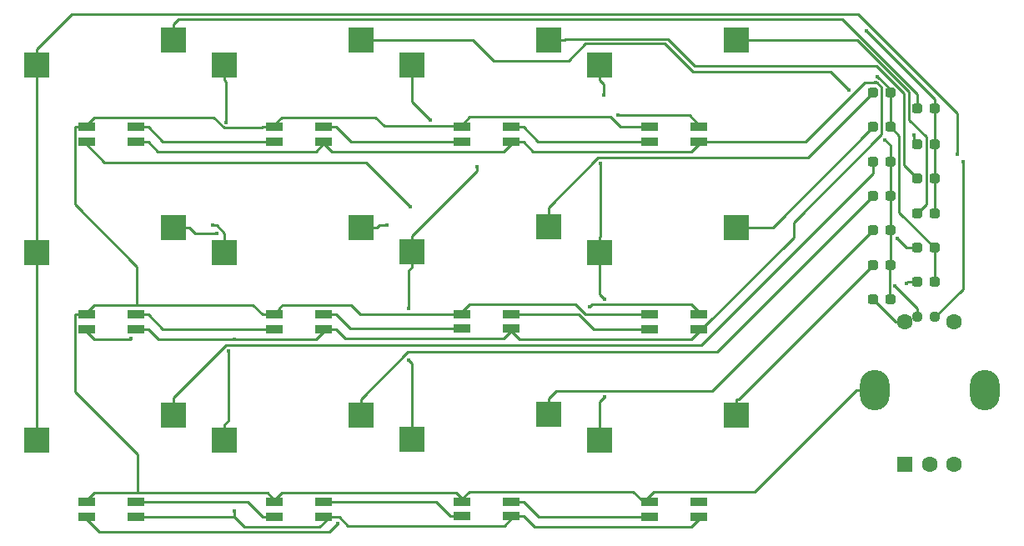
<source format=gbr>
%TF.GenerationSoftware,KiCad,Pcbnew,7.0.10*%
%TF.CreationDate,2026-02-14T21:30:48-08:00*%
%TF.ProjectId,12kempV2.1,31326b65-6d70-4563-922e-312e6b696361,rev?*%
%TF.SameCoordinates,Original*%
%TF.FileFunction,Copper,L2,Bot*%
%TF.FilePolarity,Positive*%
%FSLAX46Y46*%
G04 Gerber Fmt 4.6, Leading zero omitted, Abs format (unit mm)*
G04 Created by KiCad (PCBNEW 7.0.10) date 2026-02-14 21:30:48*
%MOMM*%
%LPD*%
G01*
G04 APERTURE LIST*
G04 Aperture macros list*
%AMRoundRect*
0 Rectangle with rounded corners*
0 $1 Rounding radius*
0 $2 $3 $4 $5 $6 $7 $8 $9 X,Y pos of 4 corners*
0 Add a 4 corners polygon primitive as box body*
4,1,4,$2,$3,$4,$5,$6,$7,$8,$9,$2,$3,0*
0 Add four circle primitives for the rounded corners*
1,1,$1+$1,$2,$3*
1,1,$1+$1,$4,$5*
1,1,$1+$1,$6,$7*
1,1,$1+$1,$8,$9*
0 Add four rect primitives between the rounded corners*
20,1,$1+$1,$2,$3,$4,$5,0*
20,1,$1+$1,$4,$5,$6,$7,0*
20,1,$1+$1,$6,$7,$8,$9,0*
20,1,$1+$1,$8,$9,$2,$3,0*%
G04 Aperture macros list end*
%TA.AperFunction,SMDPad,CuDef*%
%ADD10R,2.550000X2.500000*%
%TD*%
%TA.AperFunction,ComponentPad*%
%ADD11RoundRect,0.250000X0.550000X-0.550000X0.550000X0.550000X-0.550000X0.550000X-0.550000X-0.550000X0*%
%TD*%
%TA.AperFunction,ComponentPad*%
%ADD12C,1.600000*%
%TD*%
%TA.AperFunction,ComponentPad*%
%ADD13O,3.000000X4.100000*%
%TD*%
%TA.AperFunction,SMDPad,CuDef*%
%ADD14R,1.803400X0.812800*%
%TD*%
%TA.AperFunction,SMDPad,CuDef*%
%ADD15RoundRect,0.237500X0.287500X0.237500X-0.287500X0.237500X-0.287500X-0.237500X0.287500X-0.237500X0*%
%TD*%
%TA.AperFunction,SMDPad,CuDef*%
%ADD16RoundRect,0.237500X0.250000X0.237500X-0.250000X0.237500X-0.250000X-0.237500X0.250000X-0.237500X0*%
%TD*%
%TA.AperFunction,ViaPad*%
%ADD17C,0.450000*%
%TD*%
%TA.AperFunction,Conductor*%
%ADD18C,0.250000*%
%TD*%
G04 APERTURE END LIST*
D10*
%TO.P,SW2,1,A*%
%TO.N,Net-(D2-A)*%
X135017500Y-65620000D03*
%TO.P,SW2,2,B*%
%TO.N,/Col2*%
X121167500Y-68160000D03*
%TD*%
%TO.P,SW7,1,A*%
%TO.N,Net-(D7-A)*%
X154067500Y-84590000D03*
%TO.P,SW7,2,B*%
%TO.N,/Col3*%
X140217500Y-87130000D03*
%TD*%
%TO.P,SW5,1,A*%
%TO.N,Net-(D5-A)*%
X115967500Y-84670000D03*
%TO.P,SW5,2,B*%
%TO.N,/Col1*%
X102117500Y-87210000D03*
%TD*%
%TO.P,SW11,1,A*%
%TO.N,Net-(D11-A)*%
X154080000Y-103640000D03*
%TO.P,SW11,2,B*%
%TO.N,/Col3*%
X140230000Y-106180000D03*
%TD*%
%TO.P,SW10,1,A*%
%TO.N,Net-(D10-A)*%
X135017500Y-103720000D03*
%TO.P,SW10,2,B*%
%TO.N,/Col2*%
X121167500Y-106260000D03*
%TD*%
%TO.P,SW1,1,A*%
%TO.N,Net-(D1-A)*%
X115967500Y-65620000D03*
%TO.P,SW1,2,B*%
%TO.N,/Col1*%
X102117500Y-68160000D03*
%TD*%
%TO.P,SW8,1,A*%
%TO.N,Net-(D8-A)*%
X173117500Y-84670000D03*
%TO.P,SW8,2,B*%
%TO.N,/Col4*%
X159267500Y-87210000D03*
%TD*%
%TO.P,SW6,1,A*%
%TO.N,Net-(D6-A)*%
X135017500Y-84670000D03*
%TO.P,SW6,2,B*%
%TO.N,/Col2*%
X121167500Y-87210000D03*
%TD*%
%TO.P,SW9,1,A*%
%TO.N,Net-(D9-A)*%
X115967500Y-103720000D03*
%TO.P,SW9,2,B*%
%TO.N,/Col1*%
X102117500Y-106260000D03*
%TD*%
%TO.P,SW12,1,A*%
%TO.N,Net-(D12-A)*%
X173117500Y-103720000D03*
%TO.P,SW12,2,B*%
%TO.N,/Col4*%
X159267500Y-106260000D03*
%TD*%
%TO.P,SW3,1,A*%
%TO.N,Net-(D3-A)*%
X154067500Y-65620000D03*
%TO.P,SW3,2,B*%
%TO.N,/Col3*%
X140217500Y-68160000D03*
%TD*%
D11*
%TO.P,SW13,A,A*%
%TO.N,/Encoder_A*%
X190250000Y-108750000D03*
D12*
%TO.P,SW13,B,B*%
%TO.N,/Encoder_B*%
X195250000Y-108750000D03*
%TO.P,SW13,C,C*%
%TO.N,GND*%
X192750000Y-108750000D03*
%TO.P,SW13,S1,S1*%
%TO.N,Net-(D13-A)*%
X190250000Y-94250000D03*
%TO.P,SW13,S2,S2*%
%TO.N,/Col5*%
X195250000Y-94250000D03*
D13*
%TO.P,SW13,SH,SHIELD*%
%TO.N,GND*%
X187150000Y-101250000D03*
X198350000Y-101250000D03*
%TD*%
D10*
%TO.P,SW4,1,A*%
%TO.N,Net-(D4-A)*%
X173117500Y-65620000D03*
%TO.P,SW4,2,B*%
%TO.N,/Col4*%
X159267500Y-68160000D03*
%TD*%
D14*
%TO.P,LED6,1,VDD*%
%TO.N,+5V*%
X131231900Y-95049300D03*
%TO.P,LED6,2,DOUT*%
%TO.N,Net-(LED6-DOUT)*%
X131231900Y-93550700D03*
%TO.P,LED6,3,VSS*%
%TO.N,GND*%
X126228100Y-93550700D03*
%TO.P,LED6,4,DIN*%
%TO.N,Net-(LED5-DOUT)*%
X126228100Y-95049300D03*
%TD*%
D15*
%TO.P,D8,1,K*%
%TO.N,/Row2*%
X188764500Y-74500000D03*
%TO.P,D8,2,A*%
%TO.N,Net-(D8-A)*%
X187014500Y-74500000D03*
%TD*%
D14*
%TO.P,LED9,1,VDD*%
%TO.N,+5V*%
X112181900Y-114099300D03*
%TO.P,LED9,2,DOUT*%
%TO.N,Net-(LED10-DIN)*%
X112181900Y-112600700D03*
%TO.P,LED9,3,VSS*%
%TO.N,GND*%
X107178100Y-112600700D03*
%TO.P,LED9,4,DIN*%
%TO.N,Net-(LED8-DOUT)*%
X107178100Y-114099300D03*
%TD*%
D15*
%TO.P,D3,1,K*%
%TO.N,/Row1*%
X193264500Y-79750000D03*
%TO.P,D3,2,A*%
%TO.N,Net-(D3-A)*%
X191514500Y-79750000D03*
%TD*%
%TO.P,D6,1,K*%
%TO.N,/Row2*%
X193264500Y-90250000D03*
%TO.P,D6,2,A*%
%TO.N,Net-(D6-A)*%
X191514500Y-90250000D03*
%TD*%
D14*
%TO.P,LED1,1,VDD*%
%TO.N,+5V*%
X112181900Y-75999300D03*
%TO.P,LED1,2,DOUT*%
%TO.N,Net-(LED1-DOUT)*%
X112181900Y-74500700D03*
%TO.P,LED1,3,VSS*%
%TO.N,GND*%
X107178100Y-74500700D03*
%TO.P,LED1,4,DIN*%
%TO.N,Net-(LED1-DIN)*%
X107178100Y-75999300D03*
%TD*%
D15*
%TO.P,D13,1,K*%
%TO.N,/Row3*%
X188764500Y-92000000D03*
%TO.P,D13,2,A*%
%TO.N,Net-(D13-A)*%
X187014500Y-92000000D03*
%TD*%
%TO.P,D11,1,K*%
%TO.N,/Row3*%
X188764500Y-85000000D03*
%TO.P,D11,2,A*%
%TO.N,Net-(D11-A)*%
X187014500Y-85000000D03*
%TD*%
%TO.P,D1,1,K*%
%TO.N,/Row1*%
X193264500Y-72600000D03*
%TO.P,D1,2,A*%
%TO.N,Net-(D1-A)*%
X191514500Y-72600000D03*
%TD*%
D14*
%TO.P,LED3,1,VDD*%
%TO.N,+5V*%
X150281900Y-75999300D03*
%TO.P,LED3,2,DOUT*%
%TO.N,Net-(LED3-DOUT)*%
X150281900Y-74500700D03*
%TO.P,LED3,3,VSS*%
%TO.N,GND*%
X145278100Y-74500700D03*
%TO.P,LED3,4,DIN*%
%TO.N,Net-(LED2-DOUT)*%
X145278100Y-75999300D03*
%TD*%
D15*
%TO.P,D10,1,K*%
%TO.N,/Row3*%
X188764500Y-81500000D03*
%TO.P,D10,2,A*%
%TO.N,Net-(D10-A)*%
X187014500Y-81500000D03*
%TD*%
D14*
%TO.P,LED4,1,VDD*%
%TO.N,+5V*%
X169321900Y-75999300D03*
%TO.P,LED4,2,DOUT*%
%TO.N,Net-(LED4-DOUT)*%
X169321900Y-74500700D03*
%TO.P,LED4,3,VSS*%
%TO.N,GND*%
X164318100Y-74500700D03*
%TO.P,LED4,4,DIN*%
%TO.N,Net-(LED3-DOUT)*%
X164318100Y-75999300D03*
%TD*%
%TO.P,LED5,1,VDD*%
%TO.N,+5V*%
X112181900Y-95049300D03*
%TO.P,LED5,2,DOUT*%
%TO.N,Net-(LED5-DOUT)*%
X112181900Y-93550700D03*
%TO.P,LED5,3,VSS*%
%TO.N,GND*%
X107178100Y-93550700D03*
%TO.P,LED5,4,DIN*%
%TO.N,Net-(LED4-DOUT)*%
X107178100Y-95049300D03*
%TD*%
%TO.P,LED8,1,VDD*%
%TO.N,+5V*%
X169331900Y-95049300D03*
%TO.P,LED8,2,DOUT*%
%TO.N,Net-(LED8-DOUT)*%
X169331900Y-93550700D03*
%TO.P,LED8,3,VSS*%
%TO.N,GND*%
X164328100Y-93550700D03*
%TO.P,LED8,4,DIN*%
%TO.N,Net-(LED7-DOUT)*%
X164328100Y-95049300D03*
%TD*%
D15*
%TO.P,D5,1,K*%
%TO.N,/Row2*%
X193264500Y-86750000D03*
%TO.P,D5,2,A*%
%TO.N,Net-(D5-A)*%
X191514500Y-86750000D03*
%TD*%
%TO.P,D9,1,K*%
%TO.N,/Row3*%
X188764500Y-78000000D03*
%TO.P,D9,2,A*%
%TO.N,Net-(D9-A)*%
X187014500Y-78000000D03*
%TD*%
D14*
%TO.P,LED7,1,VDD*%
%TO.N,+5V*%
X150281900Y-94979300D03*
%TO.P,LED7,2,DOUT*%
%TO.N,Net-(LED7-DOUT)*%
X150281900Y-93480700D03*
%TO.P,LED7,3,VSS*%
%TO.N,GND*%
X145278100Y-93480700D03*
%TO.P,LED7,4,DIN*%
%TO.N,Net-(LED6-DOUT)*%
X145278100Y-94979300D03*
%TD*%
%TO.P,LED12,1,VDD*%
%TO.N,+5V*%
X169331900Y-114089300D03*
%TO.P,LED12,2,DOUT*%
%TO.N,unconnected-(LED12-DOUT-Pad2)*%
X169331900Y-112590700D03*
%TO.P,LED12,3,VSS*%
%TO.N,GND*%
X164328100Y-112590700D03*
%TO.P,LED12,4,DIN*%
%TO.N,Net-(LED11-DOUT)*%
X164328100Y-114089300D03*
%TD*%
D16*
%TO.P,R1,1*%
%TO.N,/NPDATA2*%
X193302000Y-93750000D03*
%TO.P,R1,2*%
%TO.N,Net-(LED1-DIN)*%
X191477000Y-93750000D03*
%TD*%
D14*
%TO.P,LED2,1,VDD*%
%TO.N,+5V*%
X131231900Y-75989300D03*
%TO.P,LED2,2,DOUT*%
%TO.N,Net-(LED2-DOUT)*%
X131231900Y-74490700D03*
%TO.P,LED2,3,VSS*%
%TO.N,GND*%
X126228100Y-74490700D03*
%TO.P,LED2,4,DIN*%
%TO.N,Net-(LED1-DOUT)*%
X126228100Y-75989300D03*
%TD*%
%TO.P,LED10,1,VDD*%
%TO.N,+5V*%
X131241900Y-114099300D03*
%TO.P,LED10,2,DOUT*%
%TO.N,Net-(LED10-DOUT)*%
X131241900Y-112600700D03*
%TO.P,LED10,3,VSS*%
%TO.N,GND*%
X126238100Y-112600700D03*
%TO.P,LED10,4,DIN*%
%TO.N,Net-(LED10-DIN)*%
X126238100Y-114099300D03*
%TD*%
%TO.P,LED11,1,VDD*%
%TO.N,+5V*%
X150291900Y-114019300D03*
%TO.P,LED11,2,DOUT*%
%TO.N,Net-(LED11-DOUT)*%
X150291900Y-112520700D03*
%TO.P,LED11,3,VSS*%
%TO.N,GND*%
X145288100Y-112520700D03*
%TO.P,LED11,4,DIN*%
%TO.N,Net-(LED10-DOUT)*%
X145288100Y-114019300D03*
%TD*%
D15*
%TO.P,D12,1,K*%
%TO.N,/Row3*%
X188764500Y-88500000D03*
%TO.P,D12,2,A*%
%TO.N,Net-(D12-A)*%
X187014500Y-88500000D03*
%TD*%
%TO.P,D2,1,K*%
%TO.N,/Row1*%
X193264500Y-76250000D03*
%TO.P,D2,2,A*%
%TO.N,Net-(D2-A)*%
X191514500Y-76250000D03*
%TD*%
%TO.P,D4,1,K*%
%TO.N,/Row1*%
X193264500Y-83250000D03*
%TO.P,D4,2,A*%
%TO.N,Net-(D4-A)*%
X191514500Y-83250000D03*
%TD*%
%TO.P,D7,1,K*%
%TO.N,/Row2*%
X188764500Y-71000000D03*
%TO.P,D7,2,A*%
%TO.N,Net-(D7-A)*%
X187014500Y-71000000D03*
%TD*%
D17*
%TO.N,/Row1*%
X186323000Y-64746000D03*
%TO.N,/Row2*%
X187439700Y-69365200D03*
%TO.N,Net-(D2-A)*%
X191141300Y-75273000D03*
X184584300Y-70774400D03*
%TO.N,/Row3*%
X188192200Y-75779900D03*
%TO.N,Net-(D5-A)*%
X120344800Y-85259600D03*
X189455800Y-85812700D03*
%TO.N,Net-(D6-A)*%
X137640300Y-84439500D03*
X190359500Y-90337600D03*
%TO.N,/Col1*%
X195544900Y-77234300D03*
%TO.N,/Col4*%
X159297300Y-78183800D03*
X159791600Y-101906300D03*
X159791600Y-91974800D03*
X159657300Y-71216100D03*
%TO.N,/Col2*%
X121337600Y-74009500D03*
X119937900Y-84488100D03*
X121528400Y-97208700D03*
%TO.N,/Col3*%
X139856900Y-98134200D03*
X139856900Y-92883200D03*
X146814600Y-78555600D03*
X142047600Y-73788600D03*
%TO.N,/NPDATA2*%
X196118400Y-78009300D03*
%TO.N,Net-(LED1-DIN)*%
X189218200Y-90644900D03*
X140025500Y-82577000D03*
%TO.N,Net-(LED4-DOUT)*%
X161138600Y-73300800D03*
X111668600Y-96008300D03*
%TO.N,Net-(LED8-DOUT)*%
X158244200Y-92776500D03*
X132655000Y-114738000D03*
%TO.N,+5V*%
X122124100Y-96067400D03*
X187243700Y-70017200D03*
X122124100Y-113458900D03*
%TD*%
D18*
%TO.N,GND*%
X164757800Y-111546700D02*
X175026400Y-111546700D01*
X145288100Y-112248600D02*
X145288100Y-112520700D01*
X187150000Y-101250000D02*
X185323100Y-101250000D01*
X126956900Y-73513400D02*
X126228100Y-74242200D01*
X120066600Y-73518900D02*
X121109100Y-74561400D01*
X156762500Y-92496900D02*
X146038200Y-92496900D01*
X145278100Y-74500700D02*
X145278100Y-74375900D01*
X107178100Y-74251100D02*
X107910300Y-73518900D01*
X161391600Y-74500700D02*
X163089500Y-74500700D01*
X164328100Y-93550700D02*
X163099500Y-93550700D01*
X107178100Y-93550700D02*
X105949500Y-93550700D01*
X126750700Y-93028200D02*
X126750600Y-93028200D01*
X107178100Y-93301000D02*
X107178100Y-93550700D01*
X145278100Y-74251100D02*
X146055600Y-73473600D01*
X107178100Y-74500700D02*
X107178100Y-74251100D01*
X105949500Y-101378400D02*
X112306400Y-107735300D01*
X126228100Y-74242200D02*
X126228100Y-74490700D01*
X107910300Y-111618900D02*
X107178100Y-112351100D01*
X146038200Y-92496900D02*
X145278100Y-93257000D01*
X163099500Y-93550700D02*
X157816300Y-93550700D01*
X107178100Y-112351100D02*
X107178100Y-112600700D01*
X126238100Y-112351800D02*
X125505200Y-111618900D01*
X105949500Y-93550700D02*
X105949500Y-101378400D01*
X112280300Y-92576100D02*
X107903000Y-92576100D01*
X124928800Y-74561400D02*
X124999500Y-74490700D01*
X146001200Y-111535500D02*
X145288100Y-112248600D01*
X121109100Y-74561400D02*
X124928800Y-74561400D01*
X136504400Y-73513400D02*
X126956900Y-73513400D01*
X163713800Y-112590700D02*
X164757800Y-111546700D01*
X134042500Y-92539400D02*
X127031300Y-92539400D01*
X163713800Y-112590700D02*
X162658600Y-111535500D01*
X145288100Y-112248600D02*
X144643300Y-111603800D01*
X112280300Y-88659200D02*
X105949500Y-82328400D01*
X137366900Y-74375900D02*
X136504400Y-73513400D01*
X157816300Y-93550700D02*
X156762500Y-92496900D01*
X126750700Y-92820000D02*
X126750700Y-93028200D01*
X125505200Y-111618900D02*
X112306400Y-111618900D01*
X162658600Y-111535500D02*
X146001200Y-111535500D01*
X126228100Y-93550700D02*
X124999500Y-93550700D01*
X164318100Y-74500700D02*
X163089500Y-74500700D01*
X105949500Y-82328400D02*
X105949500Y-74500700D01*
X112306400Y-111618900D02*
X107910300Y-111618900D01*
X160364500Y-73473600D02*
X161391600Y-74500700D01*
X126750600Y-93028200D02*
X126228100Y-93550700D01*
X145278100Y-74375900D02*
X145278100Y-74251100D01*
X145278100Y-93480700D02*
X134983800Y-93480700D01*
X146055600Y-73473600D02*
X160364500Y-73473600D01*
X127031300Y-92539400D02*
X126750700Y-92820000D01*
X126986100Y-111603800D02*
X126238100Y-112351800D01*
X107903000Y-92576100D02*
X107178100Y-93301000D01*
X126228100Y-74490700D02*
X124999500Y-74490700D01*
X145278100Y-74375900D02*
X137366900Y-74375900D01*
X124999500Y-93550700D02*
X124024900Y-92576100D01*
X107910300Y-73518900D02*
X120066600Y-73518900D01*
X175026400Y-111546700D02*
X185323100Y-101250000D01*
X145278100Y-93257000D02*
X145278100Y-93480700D01*
X112280300Y-92576100D02*
X112280300Y-88659200D01*
X134983800Y-93480700D02*
X134042500Y-92539400D01*
X126238100Y-112351800D02*
X126238100Y-112600700D01*
X112306400Y-107735300D02*
X112306400Y-111618900D01*
X107178100Y-74500700D02*
X105949500Y-74500700D01*
X144643300Y-111603800D02*
X126986100Y-111603800D01*
X164328100Y-112590700D02*
X163713800Y-112590700D01*
X124024900Y-92576100D02*
X112280300Y-92576100D01*
%TO.N,/Row1*%
X193264500Y-79750000D02*
X193264500Y-76250000D01*
X193264500Y-76250000D02*
X193264500Y-72600000D01*
X193264500Y-72600000D02*
X193264500Y-71687500D01*
X193264500Y-71687500D02*
X186323000Y-64746000D01*
X193264500Y-83250000D02*
X193264500Y-79750000D01*
%TO.N,Net-(D1-A)*%
X191514500Y-71120300D02*
X183907300Y-63513100D01*
X191514500Y-72600000D02*
X191514500Y-71120300D01*
X183907300Y-63513100D02*
X116497500Y-63513100D01*
X116497500Y-63513100D02*
X115967500Y-64043100D01*
X115967500Y-65620000D02*
X115967500Y-64043100D01*
%TO.N,/Row2*%
X193264500Y-90250000D02*
X193264500Y-86750000D01*
X188764500Y-74500000D02*
X189667200Y-75402700D01*
X188764500Y-74500000D02*
X188764500Y-71000000D01*
X189667200Y-83152700D02*
X193264500Y-86750000D01*
X187439700Y-69365200D02*
X188764500Y-70690000D01*
X188764500Y-70690000D02*
X188764500Y-71000000D01*
X189667200Y-75402700D02*
X189667200Y-83152700D01*
%TO.N,Net-(D2-A)*%
X191141300Y-75876800D02*
X191141300Y-75273000D01*
X148498900Y-67745400D02*
X156117500Y-67745400D01*
X146373500Y-65620000D02*
X148498900Y-67745400D01*
X182717500Y-68907600D02*
X184584300Y-70774400D01*
X168734200Y-68907600D02*
X182717500Y-68907600D01*
X191514500Y-76250000D02*
X191141300Y-75876800D01*
X135017500Y-65620000D02*
X146373500Y-65620000D01*
X157842900Y-66020000D02*
X165846600Y-66020000D01*
X165846600Y-66020000D02*
X168734200Y-68907600D01*
X156117500Y-67745400D02*
X157842900Y-66020000D01*
%TO.N,/Row3*%
X188764500Y-85000000D02*
X188764500Y-81500000D01*
X188764500Y-81500000D02*
X188764500Y-78000000D01*
X188764500Y-78000000D02*
X188764500Y-76352200D01*
X188764500Y-88500000D02*
X188666300Y-88598200D01*
X188764500Y-88500000D02*
X188764500Y-85000000D01*
X188666300Y-88598200D02*
X188666300Y-91901800D01*
X188666300Y-91901800D02*
X188764500Y-92000000D01*
X188764500Y-76352200D02*
X188192200Y-75779900D01*
%TO.N,Net-(D3-A)*%
X190160300Y-78395800D02*
X191514500Y-79750000D01*
X190160300Y-71069800D02*
X190160300Y-78395800D01*
X187341100Y-68250600D02*
X190160300Y-71069800D01*
X166174600Y-65556700D02*
X168868500Y-68250600D01*
X168868500Y-68250600D02*
X187341100Y-68250600D01*
X155669400Y-65620000D02*
X155732700Y-65556700D01*
X154067500Y-65620000D02*
X155669400Y-65620000D01*
X155732700Y-65556700D02*
X166174600Y-65556700D01*
%TO.N,Net-(D4-A)*%
X173117500Y-65620000D02*
X174719400Y-65620000D01*
X190649600Y-70894500D02*
X185375100Y-65620000D01*
X185375100Y-65620000D02*
X174719400Y-65620000D01*
X191514500Y-83250000D02*
X192389500Y-82375000D01*
X190649600Y-73775100D02*
X190649600Y-70894500D01*
X192389500Y-82375000D02*
X192389500Y-75515000D01*
X192389500Y-75515000D02*
X190649600Y-73775100D01*
%TO.N,Net-(D5-A)*%
X118159000Y-85259600D02*
X117569400Y-84670000D01*
X120344800Y-85259600D02*
X118159000Y-85259600D01*
X190393100Y-86750000D02*
X189455800Y-85812700D01*
X115967500Y-84670000D02*
X117569400Y-84670000D01*
X191514500Y-86750000D02*
X190393100Y-86750000D01*
%TO.N,Net-(D6-A)*%
X136849900Y-84439500D02*
X136619400Y-84670000D01*
X137640300Y-84439500D02*
X136849900Y-84439500D01*
X190447100Y-90250000D02*
X190359500Y-90337600D01*
X135017500Y-84670000D02*
X136619400Y-84670000D01*
X191514500Y-90250000D02*
X190447100Y-90250000D01*
%TO.N,Net-(D7-A)*%
X154067500Y-84590000D02*
X154067500Y-83013100D01*
X180382600Y-77631900D02*
X159068800Y-77631900D01*
X154067500Y-82633200D02*
X154067500Y-83013100D01*
X159068800Y-77631900D02*
X154067500Y-82633200D01*
X187014500Y-71000000D02*
X180382600Y-77631900D01*
%TO.N,Net-(D8-A)*%
X187014500Y-74500000D02*
X176844500Y-84670000D01*
X176844500Y-84670000D02*
X173117500Y-84670000D01*
%TO.N,Net-(D9-A)*%
X115967500Y-101989200D02*
X115967500Y-102143100D01*
X115967500Y-103720000D02*
X115967500Y-102143100D01*
X187014500Y-78000000D02*
X187014500Y-79209200D01*
X121299900Y-96656800D02*
X115967500Y-101989200D01*
X187014500Y-79209200D02*
X169566900Y-96656800D01*
X169566900Y-96656800D02*
X121299900Y-96656800D01*
%TO.N,Net-(D10-A)*%
X135017500Y-103720000D02*
X135017500Y-102143100D01*
X187014500Y-81500000D02*
X171161900Y-97352600D01*
X139808000Y-97352600D02*
X135017500Y-102143100D01*
X171161900Y-97352600D02*
X139808000Y-97352600D01*
%TO.N,Net-(D11-A)*%
X154832000Y-101311100D02*
X154080000Y-102063100D01*
X187014500Y-85000000D02*
X170703400Y-101311100D01*
X154080000Y-103640000D02*
X154080000Y-102063100D01*
X170703400Y-101311100D02*
X154832000Y-101311100D01*
%TO.N,Net-(D12-A)*%
X187014500Y-88500000D02*
X173371400Y-102143100D01*
X173371400Y-102143100D02*
X173117500Y-102143100D01*
X173117500Y-103720000D02*
X173117500Y-102143100D01*
%TO.N,/Col1*%
X102117500Y-85633100D02*
X102117500Y-69736900D01*
X105652200Y-63048400D02*
X185465200Y-63048400D01*
X102117500Y-68160000D02*
X102117500Y-69736900D01*
X195544900Y-73128100D02*
X195544900Y-77234300D01*
X185465200Y-63048400D02*
X195544900Y-73128100D01*
X102117500Y-87210000D02*
X102117500Y-104683100D01*
X102117500Y-66583100D02*
X105652200Y-63048400D01*
X102117500Y-106260000D02*
X102117500Y-104683100D01*
X102117500Y-87210000D02*
X102117500Y-85633100D01*
X102117500Y-68160000D02*
X102117500Y-66583100D01*
%TO.N,/Col4*%
X159267500Y-102430400D02*
X159791600Y-101906300D01*
X159657300Y-70126700D02*
X159267500Y-69736900D01*
X159297300Y-85603300D02*
X159267500Y-85633100D01*
X159267500Y-106260000D02*
X159267500Y-102430400D01*
X159657300Y-71216100D02*
X159657300Y-70126700D01*
X159267500Y-91450700D02*
X159791600Y-91974800D01*
X159297300Y-78183800D02*
X159297300Y-85603300D01*
X159267500Y-87210000D02*
X159267500Y-91450700D01*
X159267500Y-68160000D02*
X159267500Y-69736900D01*
X159267500Y-87210000D02*
X159267500Y-85633100D01*
%TO.N,/Col2*%
X120353800Y-84488100D02*
X119937900Y-84488100D01*
X121167500Y-87210000D02*
X121167500Y-85633100D01*
X121167500Y-85633100D02*
X121167500Y-85301800D01*
X121167500Y-68160000D02*
X121167500Y-69736900D01*
X121528400Y-104322200D02*
X121167500Y-104683100D01*
X121337600Y-69907000D02*
X121167500Y-69736900D01*
X121337600Y-74009500D02*
X121337600Y-69907000D01*
X121528400Y-97208700D02*
X121528400Y-104322200D01*
X121167500Y-106260000D02*
X121167500Y-104683100D01*
X121167500Y-85301800D02*
X120353800Y-84488100D01*
%TO.N,/Col3*%
X146814600Y-78956000D02*
X146814600Y-78555600D01*
X140230000Y-106180000D02*
X140230000Y-98507300D01*
X140217500Y-88706900D02*
X139856900Y-89067500D01*
X139856900Y-89067500D02*
X139856900Y-92883200D01*
X140217500Y-85553100D02*
X146814600Y-78956000D01*
X140230000Y-98507300D02*
X139856900Y-98134200D01*
X140217500Y-68160000D02*
X140217500Y-71958500D01*
X140217500Y-87130000D02*
X140217500Y-85553100D01*
X140217500Y-71958500D02*
X142047600Y-73788600D01*
X140217500Y-87130000D02*
X140217500Y-88706900D01*
%TO.N,/NPDATA2*%
X196118400Y-90933600D02*
X196118400Y-78009300D01*
X193302000Y-93750000D02*
X196118400Y-90933600D01*
%TO.N,Net-(LED1-DOUT)*%
X112181900Y-74500700D02*
X113410500Y-74500700D01*
X126228100Y-75989300D02*
X124999500Y-75989300D01*
X124999500Y-75989300D02*
X114899100Y-75989300D01*
X114899100Y-75989300D02*
X113410500Y-74500700D01*
%TO.N,Net-(LED1-DIN)*%
X191477000Y-93750000D02*
X191477000Y-92903700D01*
X107178100Y-75999300D02*
X107178100Y-76257300D01*
X191477000Y-92903700D02*
X189218200Y-90644900D01*
X135511100Y-78062600D02*
X140025500Y-82577000D01*
X107178100Y-76257300D02*
X108983400Y-78062600D01*
X108983400Y-78062600D02*
X135511100Y-78062600D01*
%TO.N,Net-(LED2-DOUT)*%
X131231900Y-74490700D02*
X132460500Y-74490700D01*
X133969100Y-75999300D02*
X145278100Y-75999300D01*
X132460500Y-74490700D02*
X133969100Y-75999300D01*
%TO.N,Net-(LED3-DOUT)*%
X151510500Y-74500700D02*
X153009100Y-75999300D01*
X153009100Y-75999300D02*
X163089500Y-75999300D01*
X150281900Y-74500700D02*
X151510500Y-74500700D01*
X164318100Y-75999300D02*
X163089500Y-75999300D01*
%TO.N,Net-(LED4-DOUT)*%
X107944600Y-96023900D02*
X111653000Y-96023900D01*
X169321900Y-74251400D02*
X168371300Y-73300800D01*
X169321900Y-74500700D02*
X169321900Y-74251400D01*
X111653000Y-96023900D02*
X111668600Y-96008300D01*
X168371300Y-73300800D02*
X161138600Y-73300800D01*
X107178100Y-95257400D02*
X107944600Y-96023900D01*
X107178100Y-95049300D02*
X107178100Y-95257400D01*
%TO.N,Net-(LED5-DOUT)*%
X112181900Y-93550700D02*
X113410500Y-93550700D01*
X114909100Y-95049300D02*
X113410500Y-93550700D01*
X126228100Y-95049300D02*
X124999500Y-95049300D01*
X124999500Y-95049300D02*
X114909100Y-95049300D01*
%TO.N,Net-(LED6-DOUT)*%
X132460500Y-93550700D02*
X133889100Y-94979300D01*
X145278100Y-94979300D02*
X144049500Y-94979300D01*
X133889100Y-94979300D02*
X144049500Y-94979300D01*
X131231900Y-93550700D02*
X132460500Y-93550700D01*
%TO.N,Net-(LED7-DOUT)*%
X164328100Y-95049300D02*
X163099500Y-95049300D01*
X158675600Y-95049300D02*
X163099500Y-95049300D01*
X150281900Y-93480700D02*
X157107000Y-93480700D01*
X157107000Y-93480700D02*
X158675600Y-95049300D01*
%TO.N,Net-(LED8-DOUT)*%
X132655000Y-114738000D02*
X131789100Y-115603900D01*
X108462900Y-115603900D02*
X107178100Y-114319100D01*
X168568500Y-92526700D02*
X169331900Y-93290100D01*
X169331900Y-93290100D02*
X169331900Y-93550700D01*
X158494000Y-92526700D02*
X168568500Y-92526700D01*
X158244200Y-92776500D02*
X158494000Y-92526700D01*
X131789100Y-115603900D02*
X108462900Y-115603900D01*
X107178100Y-114319100D02*
X107178100Y-114099300D01*
%TO.N,Net-(LED10-DIN)*%
X125009500Y-114099300D02*
X123510900Y-112600700D01*
X123510900Y-112600700D02*
X112181900Y-112600700D01*
X126238100Y-114099300D02*
X125009500Y-114099300D01*
%TO.N,Net-(LED10-DOUT)*%
X145288100Y-114019300D02*
X144059500Y-114019300D01*
X142640900Y-112600700D02*
X131241900Y-112600700D01*
X144059500Y-114019300D02*
X142640900Y-112600700D01*
%TO.N,Net-(LED11-DOUT)*%
X151520500Y-112520700D02*
X153089100Y-114089300D01*
X150291900Y-112520700D02*
X151520500Y-112520700D01*
X153089100Y-114089300D02*
X164328100Y-114089300D01*
%TO.N,+5V*%
X133417400Y-96006200D02*
X149487000Y-96006200D01*
X169331900Y-95049300D02*
X169609500Y-95049300D01*
X151105500Y-96034900D02*
X168573800Y-96034900D01*
X130456900Y-76972400D02*
X114383600Y-76972400D01*
X169331900Y-95276800D02*
X169331900Y-95049300D01*
X113410500Y-114099300D02*
X122124100Y-114099300D01*
X131231900Y-76197400D02*
X130456900Y-76972400D01*
X133691900Y-114994400D02*
X132796800Y-114099300D01*
X130827100Y-115128400D02*
X123153200Y-115128400D01*
X112181900Y-95049300D02*
X113410500Y-95049300D01*
X187424600Y-70017200D02*
X187243700Y-70017200D01*
X132460500Y-95049300D02*
X133417400Y-96006200D01*
X131231900Y-76197400D02*
X131231900Y-75989300D01*
X152610200Y-115109000D02*
X168538900Y-115109000D01*
X180172100Y-75999300D02*
X169321900Y-75999300D01*
X168573800Y-96034900D02*
X169331900Y-95276800D01*
X149487000Y-96006200D02*
X150281900Y-95211300D01*
X169609500Y-95049300D02*
X178972900Y-85685900D01*
X149506500Y-77021000D02*
X150281900Y-76245600D01*
X169321900Y-76223800D02*
X168547100Y-76998600D01*
X187889500Y-75252100D02*
X187889500Y-70482100D01*
X132055500Y-77021000D02*
X149506500Y-77021000D01*
X186154200Y-70017200D02*
X180172100Y-75999300D01*
X122124100Y-96067400D02*
X114428600Y-96067400D01*
X131856200Y-114099300D02*
X132470500Y-114099300D01*
X131856200Y-114099300D02*
X130827100Y-115128400D01*
X169331900Y-114316000D02*
X169331900Y-114089300D01*
X150281900Y-76245600D02*
X150281900Y-75999300D01*
X112181900Y-75999300D02*
X113410500Y-75999300D01*
X131241900Y-114099300D02*
X131856200Y-114099300D01*
X152509800Y-76998600D02*
X151510500Y-75999300D01*
X122124100Y-114099300D02*
X122124100Y-113458900D01*
X130435700Y-96067400D02*
X122124100Y-96067400D01*
X150281900Y-95211300D02*
X151105500Y-96034900D01*
X131231900Y-95049300D02*
X132460500Y-95049300D01*
X151520500Y-114019300D02*
X152610200Y-115109000D01*
X187243700Y-70017200D02*
X186154200Y-70017200D01*
X123153200Y-115128400D02*
X122124100Y-114099300D01*
X150291900Y-114250300D02*
X149547800Y-114994400D01*
X150281900Y-95211300D02*
X150281900Y-94979300D01*
X178972900Y-85685900D02*
X178972900Y-84168700D01*
X150291900Y-114019300D02*
X151520500Y-114019300D01*
X178972900Y-84168700D02*
X187889500Y-75252100D01*
X114383600Y-76972400D02*
X113410500Y-75999300D01*
X150291900Y-114019300D02*
X150291900Y-114250300D01*
X132796800Y-114099300D02*
X132470500Y-114099300D01*
X150281900Y-75999300D02*
X151510500Y-75999300D01*
X168547100Y-76998600D02*
X152509800Y-76998600D01*
X131231900Y-95049300D02*
X131231900Y-95271200D01*
X168538900Y-115109000D02*
X169331900Y-114316000D01*
X149547800Y-114994400D02*
X133691900Y-114994400D01*
X169321900Y-75999300D02*
X169321900Y-76223800D01*
X187889500Y-70482100D02*
X187424600Y-70017200D01*
X131231900Y-76197400D02*
X132055500Y-77021000D01*
X114428600Y-96067400D02*
X113410500Y-95049300D01*
X131231900Y-95271200D02*
X130435700Y-96067400D01*
X112181900Y-114099300D02*
X113410500Y-114099300D01*
%TO.N,Net-(D13-A)*%
X189264500Y-94250000D02*
X190250000Y-94250000D01*
X187014500Y-92000000D02*
X189264500Y-94250000D01*
%TD*%
M02*

</source>
